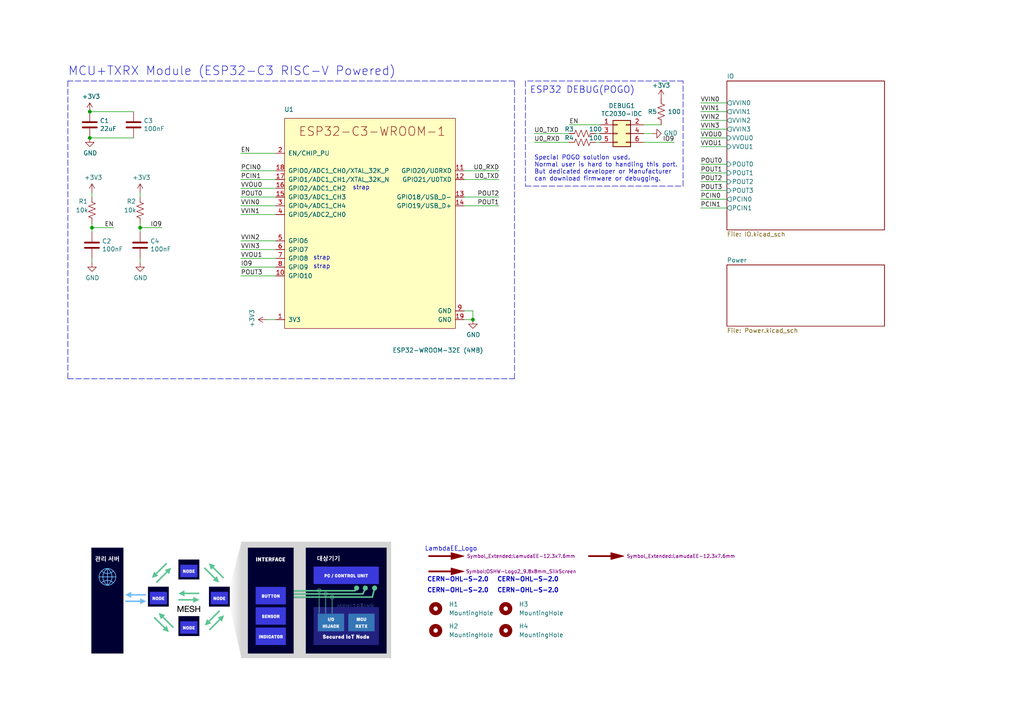
<source format=kicad_sch>
(kicad_sch (version 20210621) (generator eeschema)
  (paper "A4")
  (title_block (title "Main Block") (date "2021-07-20") (rev "0.1") (company "Jinwoo Park, pmnxis@gmail.com") (comment 2 "IoT automation & statics support gadget for") (comment 3 "arcade amusement machine with WLAN.") (comment 4 "CERN-OHL-S-2.0"))
  (lib_symbols
    (symbol "Connector_Generic:Conn_02x03_Odd_Even" (pin_names (offset 1.016) hide)
      (property "Reference" "J" (at 1.27 5.08 0))
      (property "Value" "Conn_02x03_Odd_Even" (at 1.27 -5.08 0))
      (symbol "Conn_02x03_Odd_Even_1_1"
        (rectangle (start -1.27 -2.413) (end 0 -2.667) (stroke (width 0.1524)))
        (rectangle (start -1.27 0.127) (end 0 -0.127) (stroke (width 0.1524)))
        (rectangle (start -1.27 2.667) (end 0 2.413) (stroke (width 0.1524)))
        (rectangle (start 3.81 -2.413) (end 2.54 -2.667) (stroke (width 0.1524)))
        (rectangle (start 3.81 0.127) (end 2.54 -0.127) (stroke (width 0.1524)))
        (rectangle (start 3.81 2.667) (end 2.54 2.413) (stroke (width 0.1524)))
        (rectangle (start -1.27 3.81) (end 3.81 -3.81) (stroke (width 0.254)) (fill (type background)))
        (pin passive line (at -5.08 2.54 0) (length 3.81) (name "Pin_1") (number "1"))
        (pin passive line (at 7.62 2.54 180) (length 3.81) (name "Pin_2") (number "2"))
        (pin passive line (at -5.08 0 0) (length 3.81) (name "Pin_3") (number "3"))
        (pin passive line (at 7.62 0 180) (length 3.81) (name "Pin_4") (number "4"))
        (pin passive line (at -5.08 -2.54 0) (length 3.81) (name "Pin_5") (number "5"))
        (pin passive line (at 7.62 -2.54 180) (length 3.81) (name "Pin_6") (number "6"))
      )
    )
    (symbol "Device:C" (pin_numbers hide) (pin_names (offset 0.254))
      (property "Reference" "C" (at 0.635 2.54 0))
      (property "Value" "C" (at 0.635 -2.54 0))
      (symbol "C_0_1"
        (polyline (pts (xy -2.032 -0.762) (xy 2.032 -0.762)) (stroke (width 0.508)))
        (polyline (pts (xy -2.032 0.762) (xy 2.032 0.762)) (stroke (width 0.508)))
      )
      (symbol "C_1_1"
        (pin passive line (at 0 3.81 270) (length 2.794) (name "~") (number "1"))
        (pin passive line (at 0 -3.81 90) (length 2.794) (name "~") (number "2"))
      )
    )
    (symbol "Device:R_US" (pin_numbers hide) (pin_names (offset 0))
      (property "Reference" "R" (at 2.54 0 90))
      (property "Value" "R_US" (at -2.54 0 90))
      (symbol "R_US_0_1"
        (polyline (pts (xy 0 -2.286) (xy 0 -2.54)))
        (polyline (pts (xy 0 2.286) (xy 0 2.54)))
        (polyline (pts (xy 0 -0.762) (xy 1.016 -1.143) (xy 0 -1.524) (xy -1.016 -1.905) (xy 0 -2.286)))
        (polyline (pts (xy 0 0.762) (xy 1.016 0.381) (xy 0 0) (xy -1.016 -0.381) (xy 0 -0.762)))
        (polyline (pts (xy 0 2.286) (xy 1.016 1.905) (xy 0 1.524) (xy -1.016 1.143) (xy 0 0.762)))
      )
      (symbol "R_US_1_1"
        (pin passive line (at 0 3.81 270) (length 1.27) (name "~") (number "1"))
        (pin passive line (at 0 -3.81 90) (length 1.27) (name "~") (number "2"))
      )
    )
    (symbol "Espressif:Module_ESP32-C3-WROOM-1" (pin_names (offset 1.016))
      (property "Reference" "U" (at -22.86 -30.48 0))
      (property "Value" "Module_ESP32-C3-WROOM-1" (at 12.7 -30.48 0))
      (symbol "Module_ESP32-C3-WROOM-1_0_0"
        (text "ESP32-C3-WROOM-1" (at 1.27 27.94 0) (effects (font (size 2.54 2.54))))
      )
      (symbol "Module_ESP32-C3-WROOM-1_0_1"
        (rectangle (start -24.13 31.75) (end 25.4 -29.21) (fill (type background)))
      )
      (symbol "Module_ESP32-C3-WROOM-1_1_1"
        (pin power_in line (at -26.67 -26.67 0) (length 2.54) (name "3V3") (number "1"))
        (pin bidirectional line (at -26.67 -13.97 0) (length 2.54) (name "GPIO10") (number "10"))
        (pin bidirectional line (at 27.94 16.51 180) (length 2.54) (name "GPIO20/U0RXD") (number "11"))
        (pin bidirectional line (at 27.94 13.97 180) (length 2.54) (name "GPIO21/U0TXD") (number "12"))
        (pin bidirectional line (at 27.94 8.89 180) (length 2.54) (name "GPIO18/USB_D-") (number "13"))
        (pin bidirectional line (at 27.94 6.35 180) (length 2.54) (name "GPIO19/USB_D+") (number "14"))
        (pin bidirectional line (at -26.67 8.89 0) (length 2.54) (name "GPIO3/ADC1_CH3") (number "15"))
        (pin bidirectional line (at -26.67 11.43 0) (length 2.54) (name "GPIO2/ADC1_CH2") (number "16"))
        (pin bidirectional line (at -26.67 13.97 0) (length 2.54) (name "GPIO1/ADC1_CH1/XTAL_32K_N") (number "17"))
        (pin bidirectional line (at -26.67 16.51 0) (length 2.54) (name "GPIO0/ADC1_CH0/XTAL_32K_P") (number "18"))
        (pin power_out line (at 27.94 -26.67 180) (length 2.54) (name "GND") (number "19"))
        (pin input line (at -26.67 21.59 0) (length 2.54) (name "EN/CHIP_PU") (number "2"))
        (pin bidirectional line (at -26.67 6.35 0) (length 2.54) (name "GPIO4/ADC1_CH4") (number "3"))
        (pin bidirectional line (at -26.67 3.81 0) (length 2.54) (name "GPIO5/ADC2_CH0") (number "4"))
        (pin bidirectional line (at -26.67 -3.81 0) (length 2.54) (name "GPIO6") (number "5"))
        (pin bidirectional line (at -26.67 -6.35 0) (length 2.54) (name "GPIO7") (number "6"))
        (pin bidirectional line (at -26.67 -8.89 0) (length 2.54) (name "GPIO8") (number "7"))
        (pin bidirectional line (at -26.67 -11.43 0) (length 2.54) (name "GPIO9") (number "8"))
        (pin power_out line (at 27.94 -24.13 180) (length 2.54) (name "GND") (number "9"))
      )
    )
    (symbol "Graphic:SYM_Arrow_XLarge" (pin_names (offset 1.016))
      (symbol "SYM_Arrow_XLarge_0_1"
        (polyline (pts (xy 2.54 0) (xy -5.08 0)) (stroke (width 0.508)))
        (polyline (pts (xy 5.08 0) (xy 1.27 -1.016) (xy 1.27 1.016) (xy 5.08 0)) (fill (type outline)))
      )
    )
    (symbol "Mechanical:MountingHole" (pin_names (offset 1.016))
      (property "Reference" "H" (at 0 5.08 0))
      (property "Value" "MountingHole" (at 0 3.175 0))
      (symbol "MountingHole_0_1"
        (circle (center 0 0) (radius 1.27) (stroke (width 1.27)))
      )
    )
    (symbol "power:+3V3" (power) (pin_names (offset 0))
      (property "Value" "+3V3" (at 0 3.556 0))
      (symbol "+3V3_0_1"
        (polyline (pts (xy -0.762 1.27) (xy 0 2.54)))
        (polyline (pts (xy 0 0) (xy 0 2.54)))
        (polyline (pts (xy 0 2.54) (xy 0.762 1.27)))
      )
      (symbol "+3V3_1_1"
        (pin power_in line (at 0 0 90) (length 0) hide (name "+3V3") (number "1"))
      )
    )
    (symbol "power:GND" (power) (pin_names (offset 0))
      (property "Value" "GND" (at 0 -3.81 0))
      (symbol "GND_0_1"
        (polyline (pts (xy 0 0) (xy 0 -1.27) (xy 1.27 -1.27) (xy 0 -2.54) (xy -1.27 -1.27) (xy 0 -1.27)))
      )
      (symbol "GND_1_1"
        (pin power_in line (at 0 0 270) (length 0) hide (name "GND") (number "1"))
      )
    )
  )
  (junction (at 26.035 32.385) (diameter 0.9144))
  (junction (at 26.035 40.005) (diameter 0.9144))
  (junction (at 26.67 66.04) (diameter 0.9144))
  (junction (at 40.64 66.04) (diameter 0.9144))
  (junction (at 137.16 92.71) (diameter 0.9144))
  (wire (pts (xy 26.035 40.005) (xy 38.735 40.005)))
  (wire (pts (xy 26.67 57.15) (xy 26.67 55.88)))
  (wire (pts (xy 26.67 64.77) (xy 26.67 66.04)))
  (wire (pts (xy 26.67 66.04) (xy 26.67 67.31)))
  (wire (pts (xy 26.67 76.2) (xy 26.67 74.93)))
  (wire (pts (xy 33.02 66.04) (xy 26.67 66.04)))
  (wire (pts (xy 38.735 32.385) (xy 26.035 32.385)))
  (wire (pts (xy 40.64 57.15) (xy 40.64 55.88)))
  (wire (pts (xy 40.64 64.77) (xy 40.64 66.04)))
  (wire (pts (xy 40.64 66.04) (xy 40.64 67.31)))
  (wire (pts (xy 40.64 66.04) (xy 46.99 66.04)))
  (wire (pts (xy 40.64 76.2) (xy 40.64 74.93)))
  (wire (pts (xy 69.85 44.45) (xy 80.01 44.45)))
  (wire (pts (xy 69.85 49.53) (xy 80.01 49.53)))
  (wire (pts (xy 69.85 52.07) (xy 80.01 52.07)))
  (wire (pts (xy 69.85 54.61) (xy 80.01 54.61)))
  (wire (pts (xy 69.85 57.15) (xy 80.01 57.15)))
  (wire (pts (xy 69.85 59.69) (xy 80.01 59.69)))
  (wire (pts (xy 69.85 62.23) (xy 80.01 62.23)))
  (wire (pts (xy 69.85 69.85) (xy 80.01 69.85)))
  (wire (pts (xy 69.85 72.39) (xy 80.01 72.39)))
  (wire (pts (xy 69.85 74.93) (xy 80.01 74.93)))
  (wire (pts (xy 69.85 77.47) (xy 80.01 77.47)))
  (wire (pts (xy 69.85 80.01) (xy 80.01 80.01)))
  (wire (pts (xy 77.47 92.71) (xy 80.01 92.71)))
  (wire (pts (xy 134.62 49.53) (xy 144.78 49.53)))
  (wire (pts (xy 134.62 57.15) (xy 144.78 57.15)))
  (wire (pts (xy 134.62 59.69) (xy 144.78 59.69)))
  (wire (pts (xy 134.62 92.71) (xy 137.16 92.71)))
  (wire (pts (xy 137.16 90.17) (xy 134.62 90.17)))
  (wire (pts (xy 137.16 92.71) (xy 137.16 90.17)))
  (wire (pts (xy 144.78 52.07) (xy 134.62 52.07)))
  (wire (pts (xy 154.94 38.735) (xy 165.1 38.735)))
  (wire (pts (xy 165.1 36.195) (xy 173.99 36.195)))
  (wire (pts (xy 165.1 41.275) (xy 154.94 41.275)))
  (wire (pts (xy 172.72 41.275) (xy 173.99 41.275)))
  (wire (pts (xy 173.99 38.735) (xy 172.72 38.735)))
  (wire (pts (xy 186.69 36.195) (xy 191.77 36.195)))
  (wire (pts (xy 186.69 41.275) (xy 195.58 41.275)))
  (wire (pts (xy 189.23 38.735) (xy 186.69 38.735)))
  (wire (pts (xy 203.2 29.845) (xy 210.82 29.845)))
  (wire (pts (xy 203.2 32.385) (xy 210.82 32.385)))
  (wire (pts (xy 203.2 34.925) (xy 210.82 34.925)))
  (wire (pts (xy 203.2 37.465) (xy 210.82 37.465)))
  (wire (pts (xy 203.2 40.005) (xy 210.82 40.005)))
  (wire (pts (xy 203.2 42.545) (xy 210.82 42.545)))
  (wire (pts (xy 203.2 47.625) (xy 210.82 47.625)))
  (wire (pts (xy 203.2 50.165) (xy 210.82 50.165)))
  (wire (pts (xy 203.2 52.705) (xy 210.82 52.705)))
  (wire (pts (xy 203.2 55.245) (xy 210.82 55.245)))
  (wire (pts (xy 203.2 57.785) (xy 210.82 57.785)))
  (wire (pts (xy 203.2 60.325) (xy 210.82 60.325)))
  (polyline (pts (xy 19.685 23.495) (xy 19.685 109.855)) (stroke (width 0) (type dash)))
  (polyline (pts (xy 19.685 109.855) (xy 149.225 109.855)) (stroke (width 0) (type dash)))
  (polyline (pts (xy 149.225 23.495) (xy 19.685 23.495)) (stroke (width 0) (type dash)))
  (polyline (pts (xy 149.225 109.855) (xy 149.225 23.495)) (stroke (width 0) (type dash)))
  (polyline (pts (xy 152.4 23.495) (xy 152.4 53.975)) (stroke (width 0) (type dash)))
  (polyline (pts (xy 152.4 53.975) (xy 198.12 53.975)) (stroke (width 0) (type dash)))
  (polyline (pts (xy 198.12 23.495) (xy 152.4 23.495)) (stroke (width 0) (type dash)))
  (polyline (pts (xy 198.12 53.975) (xy 198.12 23.495)) (stroke (width 0) (type dash)))
  (image (at 69.85 173.99) (scale 0.7))
  (text "MCU+TXRX Module (ESP32-C3 RISC-V Powered)" (at 19.685 22.225 0) (effects (font (size 2.54 2.54)) (justify left bottom)))
  (text "strap" (at 90.805 75.565 0) (effects (font (size 1.27 1.27)) (justify left bottom)))
  (text "strap" (at 90.805 78.105 0) (effects (font (size 1.27 1.27)) (justify left bottom)))
  (text "strap" (at 102.235 55.245 0) (effects (font (size 1.27 1.27)) (justify left bottom)))
  (text "LambdaEE_Logo" (at 123.19 160.02 0) (effects (font (size 1.27 1.27)) (justify left bottom)))
  (text "CERN-OHL-S-2.0" (at 123.825 168.91 0) (effects (font (size 1.27 1.27) (thickness 0.254) bold) (justify left bottom)))
  (text "CERN-OHL-S-2.0" (at 123.825 172.085 0) (effects (font (size 1.27 1.27) (thickness 0.254) bold) (justify left bottom)))
  (text "CERN-OHL-S-2.0" (at 144.145 168.91 0) (effects (font (size 1.27 1.27) (thickness 0.254) bold) (justify left bottom)))
  (text "CERN-OHL-S-2.0" (at 144.145 172.085 0) (effects (font (size 1.27 1.27) (thickness 0.254) bold) (justify left bottom)))
  (text "ESP32 DEBUG(POGO)" (at 153.67 27.305 0) (effects (font (size 1.905 1.905)) (justify left bottom)))
  (text "Special POGO solution used.\nNormal user is hard to handling this port.\nBut dedicated developer or Manufacturer \ncan download firmware or debugging.\n" (at 154.94 52.705 0) (effects (font (size 1.27 1.27)) (justify left bottom)))
  (label "EN" (at 33.02 66.04 180))
  (label "IO9" (at 46.99 66.04 180))
  (label "EN" (at 69.85 44.45 0))
  (label "PCIN0" (at 69.85 49.53 0))
  (label "PCIN1" (at 69.85 52.07 0))
  (label "VVOU0" (at 69.85 54.61 0))
  (label "POUT0" (at 69.85 57.15 0))
  (label "VVIN0" (at 69.85 59.69 0))
  (label "VVIN1" (at 69.85 62.23 0))
  (label "VVIN2" (at 69.85 69.85 0))
  (label "VVIN3" (at 69.85 72.39 0))
  (label "VVOU1" (at 69.85 74.93 0))
  (label "IO9" (at 69.85 77.47 0))
  (label "POUT3" (at 69.85 80.01 0))
  (label "U0_RXD" (at 144.78 49.53 180))
  (label "U0_TXD" (at 144.78 52.07 180))
  (label "POUT2" (at 144.78 57.15 180))
  (label "POUT1" (at 144.78 59.69 180))
  (label "U0_TXD" (at 154.94 38.735 0))
  (label "U0_RXD" (at 154.94 41.275 0))
  (label "EN" (at 165.1 36.195 0))
  (label "IO9" (at 195.58 41.275 180))
  (label "VVIN0" (at 203.2 29.845 0))
  (label "VVIN1" (at 203.2 32.385 0))
  (label "VVIN2" (at 203.2 34.925 0))
  (label "VVIN3" (at 203.2 37.465 0))
  (label "VVOU0" (at 203.2 40.005 0))
  (label "VVOU1" (at 203.2 42.545 0))
  (label "POUT0" (at 203.2 47.625 0))
  (label "POUT1" (at 203.2 50.165 0))
  (label "POUT2" (at 203.2 52.705 0))
  (label "POUT3" (at 203.2 55.245 0))
  (label "PCIN0" (at 203.2 57.785 0))
  (label "PCIN1" (at 203.2 60.325 0))
  (symbol (lib_id "power:+3V3") (at 26.035 32.385 0) (unit 1)
    (property "Reference" "#PWR01" (effects hide))
    (property "Value" "+3V3" (at 26.416 27.9908 0))
  )
  (symbol (lib_id "power:+3V3") (at 26.67 55.88 0) (unit 1)
    (property "Reference" "#PWR03" (effects hide))
    (property "Value" "+3V3" (at 27.051 51.4858 0))
  )
  (symbol (lib_id "power:+3V3") (at 40.64 55.88 0) (unit 1)
    (property "Reference" "#PWR05" (effects hide))
    (property "Value" "+3V3" (at 41.021 51.4858 0))
  )
  (symbol (lib_id "power:+3V3") (at 77.47 92.71 90) (unit 1)
    (property "Reference" "#PWR07" (effects hide))
    (property "Value" "+3V3" (at 73.0758 92.329 0))
  )
  (symbol (lib_id "power:+3V3") (at 191.77 28.575 0) (unit 1)
    (property "Reference" "#PWR010" (effects hide))
    (property "Value" "+3V3" (at 191.77 24.765 0))
  )
  (symbol (lib_id "power:GND") (at 26.035 40.005 0) (unit 1)
    (property "Reference" "#PWR02" (effects hide))
    (property "Value" "GND" (at 26.162 44.3992 0))
  )
  (symbol (lib_id "power:GND") (at 26.67 76.2 0) (unit 1)
    (property "Reference" "#PWR04" (effects hide))
    (property "Value" "GND" (at 26.797 80.5942 0))
  )
  (symbol (lib_id "power:GND") (at 40.64 76.2 0) (unit 1)
    (property "Reference" "#PWR06" (effects hide))
    (property "Value" "GND" (at 40.767 80.5942 0))
  )
  (symbol (lib_id "power:GND") (at 137.16 92.71 0) (unit 1)
    (property "Reference" "#PWR08" (effects hide))
    (property "Value" "GND" (at 137.287 97.1042 0))
  )
  (symbol (lib_id "power:GND") (at 189.23 38.735 90) (unit 1)
    (property "Reference" "#PWR09" (effects hide))
    (property "Value" "GND" (at 192.4812 38.608 90) (effects (justify right)))
  )
  (symbol (lib_id "Mechanical:MountingHole") (at 126.365 176.53 0) (unit 1) (in_bom no)
    (property "Reference" "H1" (at 130.175 175.2599 0) (effects (justify left)))
    (property "Value" "MountingHole" (at 130.175 177.7999 0) (effects (justify left)))
    (property "Footprint" "MountingHole:MountingHole_4.3mm_M4_ISO7380_Pad_TopBottom" (effects hide))
  )
  (symbol (lib_id "Mechanical:MountingHole") (at 126.365 182.88 0) (unit 1) (in_bom no)
    (property "Reference" "H2" (at 130.175 181.6099 0) (effects (justify left)))
    (property "Value" "MountingHole" (at 130.175 184.1499 0) (effects (justify left)))
    (property "Footprint" "MountingHole:MountingHole_4.3mm_M4_ISO7380_Pad_TopBottom" (effects hide))
  )
  (symbol (lib_id "Mechanical:MountingHole") (at 146.685 176.53 0) (unit 1) (in_bom no)
    (property "Reference" "H3" (at 150.495 175.2599 0) (effects (justify left)))
    (property "Value" "MountingHole" (at 150.495 177.7999 0) (effects (justify left)))
    (property "Footprint" "MountingHole:MountingHole_4.3mm_M4_ISO7380_Pad_TopBottom" (effects hide))
  )
  (symbol (lib_id "Mechanical:MountingHole") (at 146.685 182.88 0) (unit 1) (in_bom no)
    (property "Reference" "H4" (at 150.495 181.6099 0) (effects (justify left)))
    (property "Value" "MountingHole" (at 150.495 184.1499 0) (effects (justify left)))
    (property "Footprint" "MountingHole:MountingHole_4.3mm_M4_ISO7380_Pad_TopBottom" (effects hide))
  )
  (symbol (lib_id "Device:R_US") (at 26.67 60.96 0) (unit 1)
    (property "Reference" "R1" (at 24.13 58.42 0))
    (property "Value" "10k" (at 23.7744 60.96 0))
    (property "Footprint" "Resistor_SMD:R_0402_1005Metric" (effects hide))
    (property "LCSC Part" "C25744" (effects hide))
    (property "MFR.Part#" "0402WGF1002TCE" (effects hide))
    (property "Manufacturer" "ANY" (effects hide))
    (property "Mount" "SMD" (effects hide))
    (property "ODR.Part#" "RES 10k 1005" (effects hide))
    (property "Packaging" "1005" (effects hide))
    (property "Supplier" "JLCPCB-Basic" (effects hide))
  )
  (symbol (lib_id "Device:R_US") (at 40.64 60.96 0) (unit 1)
    (property "Reference" "R2" (at 38.1 58.42 0))
    (property "Value" "10k" (at 37.7444 60.96 0))
    (property "Footprint" "Resistor_SMD:R_0402_1005Metric" (effects hide))
    (property "LCSC Part" "C25744" (effects hide))
    (property "MFR.Part#" "0402WGF1002TCE" (effects hide))
    (property "Manufacturer" "ANY" (effects hide))
    (property "Mount" "SMD" (effects hide))
    (property "ODR.Part#" "RES 10k 1005" (effects hide))
    (property "Packaging" "1005" (effects hide))
    (property "Supplier" "JLCPCB-Basic" (effects hide))
  )
  (symbol (lib_id "Device:R_US") (at 168.91 38.735 90) (unit 1)
    (property "Reference" "R3" (at 165.1 37.465 90))
    (property "Value" "100" (at 172.72 37.465 90))
    (property "Footprint" "Resistor_SMD:R_0402_1005Metric" (effects hide))
    (property "LCSC Part" "C25076" (effects hide))
    (property "MFR.Part#" "0402WGF1000TCE" (effects hide))
    (property "Manufacturer" "ANY" (effects hide))
    (property "Mount" "SMD" (effects hide))
    (property "ODR.Part#" "RES 100 1005" (effects hide))
    (property "Packaging" "1005" (effects hide))
    (property "Supplier" "JLCPCB-Basic" (effects hide))
  )
  (symbol (lib_id "Device:R_US") (at 168.91 41.275 90) (unit 1)
    (property "Reference" "R4" (at 165.1 40.005 90))
    (property "Value" "100" (at 172.72 40.005 90))
    (property "Footprint" "Resistor_SMD:R_0402_1005Metric" (effects hide))
    (property "LCSC Part" "C25076" (effects hide))
    (property "MFR.Part#" "0402WGF1000TCE" (effects hide))
    (property "Manufacturer" "ANY" (effects hide))
    (property "Mount" "SMD" (effects hide))
    (property "ODR.Part#" "RES 100 1005" (effects hide))
    (property "Packaging" "1005" (effects hide))
    (property "Supplier" "JLCPCB-Basic" (effects hide))
  )
  (symbol (lib_id "Device:R_US") (at 191.77 32.385 0) (unit 1)
    (property "Reference" "R5" (at 189.23 32.385 0))
    (property "Value" "100" (at 195.58 32.385 0))
    (property "Footprint" "Resistor_SMD:R_0402_1005Metric" (effects hide))
    (property "LCSC Part" "C25076" (effects hide))
    (property "MFR.Part#" "0402WGF1000TCE" (effects hide))
    (property "Manufacturer" "ANY" (effects hide))
    (property "Mount" "SMD" (effects hide))
    (property "ODR.Part#" "RES 100 1005" (effects hide))
    (property "Packaging" "1005" (effects hide))
    (property "Supplier" "JLCPCB-Basic" (effects hide))
  )
  (symbol (lib_id "Graphic:SYM_Arrow_XLarge") (at 129.54 161.29 0) (unit 1) (in_bom no)
    (property "Reference" "SYM1" (effects hide))
    (property "Value" "SYM_Arrow_XLarge" (effects hide))
    (property "Footprint" "Symbol_Extended:LamudaEE-12.3x7.6mm" (at 151.13 161.29 0) (effects (font (size 1 1))))
  )
  (symbol (lib_id "Graphic:SYM_Arrow_XLarge") (at 129.54 165.735 0) (unit 1) (in_bom no)
    (property "Reference" "SYM2" (effects hide))
    (property "Value" "SYM_Arrow_XLarge" (effects hide))
    (property "Footprint" "Symbol:OSHW-Logo2_9.8x8mm_SilkScreen" (at 151.13 165.735 0) (effects (font (size 1 1))))
  )
  (symbol (lib_id "Graphic:SYM_Arrow_XLarge") (at 175.895 161.29 0) (unit 1) (in_bom no)
    (property "Reference" "SYM3" (effects hide))
    (property "Value" "SYM_Arrow_XLarge" (effects hide))
    (property "Footprint" "Symbol_Extended:LamudaEE-12.3x7.6mm" (at 197.485 161.29 0) (effects (font (size 1 1))))
  )
  (symbol (lib_id "Device:C") (at 26.035 36.195 0) (unit 1)
    (property "Reference" "C1" (at 28.956 35.0266 0) (effects (justify left)))
    (property "Value" "22uF" (at 28.956 37.338 0) (effects (justify left)))
    (property "Footprint" "Capacitor_SMD:C_0805_2012Metric" (effects hide))
    (property "Datasheet" "https://www.samsungsem.com/resources/file/global/support/product_catalog/MLCC.pdf" (effects hide))
    (property "LCSC Part" "C45783" (effects hide))
    (property "MFR.Part#" "CL21A226MAQNNNE" (effects hide))
    (property "Manufacturer" "ANY" (effects hide))
    (property "Mount" "SMD" (effects hide))
    (property "ODR.Part#" "CAP 22uF 25V 2012" (effects hide))
    (property "Packaging" "2012" (effects hide))
    (property "Supplier" "JLCPCB-Basic" (effects hide))
  )
  (symbol (lib_id "Device:C") (at 26.67 71.12 0) (unit 1)
    (property "Reference" "C2" (at 29.591 69.9516 0) (effects (justify left)))
    (property "Value" "100nF" (at 29.591 72.263 0) (effects (justify left)))
    (property "Footprint" "Capacitor_SMD:C_0402_1005Metric" (effects hide))
    (property "Datasheet" "https://www.samsungsem.com/resources/file/global/support/product_catalog/MLCC.pdf" (effects hide))
    (property "LCSC Part" "C1525" (effects hide))
    (property "MFR.Part#" "CL05B104KO5NNNC" (effects hide))
    (property "Manufacturer" "ANY" (effects hide))
    (property "Mount" "SMD" (effects hide))
    (property "ODR.Part#" "CAP 100nF 1005" (effects hide))
    (property "Packaging" "1005" (effects hide))
    (property "Supplier" "JLCPCB-Basic" (effects hide))
  )
  (symbol (lib_id "Device:C") (at 38.735 36.195 0) (unit 1)
    (property "Reference" "C3" (at 41.656 35.0266 0) (effects (justify left)))
    (property "Value" "100nF" (at 41.656 37.338 0) (effects (justify left)))
    (property "Footprint" "Capacitor_SMD:C_0402_1005Metric" (effects hide))
    (property "Datasheet" "https://www.samsungsem.com/resources/file/global/support/product_catalog/MLCC.pdf" (effects hide))
    (property "LCSC Part" "C1525" (effects hide))
    (property "MFR.Part#" "CL05B104KO5NNNC" (effects hide))
    (property "Manufacturer" "ANY" (effects hide))
    (property "Mount" "SMD" (effects hide))
    (property "ODR.Part#" "CAP 100nF 1005" (effects hide))
    (property "Packaging" "1005" (effects hide))
    (property "Supplier" "JLCPCB-Basic" (effects hide))
  )
  (symbol (lib_id "Device:C") (at 40.64 71.12 0) (unit 1)
    (property "Reference" "C4" (at 43.561 69.9516 0) (effects (justify left)))
    (property "Value" "100nF" (at 43.561 72.263 0) (effects (justify left)))
    (property "Footprint" "Capacitor_SMD:C_0402_1005Metric" (effects hide))
    (property "Datasheet" "https://www.samsungsem.com/resources/file/global/support/product_catalog/MLCC.pdf" (effects hide))
    (property "LCSC Part" "C1525" (effects hide))
    (property "MFR.Part#" "CL05B104KO5NNNC" (effects hide))
    (property "Manufacturer" "ANY" (effects hide))
    (property "Mount" "SMD" (effects hide))
    (property "ODR.Part#" "CAP 100nF 1005" (effects hide))
    (property "Packaging" "1005" (effects hide))
    (property "Supplier" "JLCPCB-Basic" (effects hide))
  )
  (symbol (lib_id "Connector_Generic:Conn_02x03_Odd_Even") (at 179.07 38.735 0) (unit 1)
    (property "Reference" "DEBUG1" (at 180.34 30.6832 0))
    (property "Value" "TC2030-IDC" (at 180.34 32.9946 0))
    (property "Footprint" "Connector:Tag-Connect_TC2030-IDC-FP_2x03_P1.27mm_Vertical" (effects hide))
    (property "Datasheet" "https://media.digikey.com/pdf/Data%20Sheets/Tag-Connect/TC2030-IDC_RevB.pdf" (effects hide))
    (property "Mount" "N/C" (effects hide))
    (property "Supplier" "N/C" (effects hide))
  )
  (symbol (lib_id "Espressif:Module_ESP32-C3-WROOM-1") (at 106.68 66.04 0) (unit 1)
    (property "Reference" "U1" (at 83.82 31.75 0))
    (property "Value" "ESP32-WROOM-32E (4MB)" (at 127 101.6 0))
    (property "Footprint" "LambdaToy_Static:ESP32-C3-WROOM-1" (effects hide))
    (property "Datasheet" "https://www.espressif.com/sites/default/files/documentation/esp32-wroom-32e_esp32-wroom-32ue_datasheet_en.pdf" (effects hide))
    (property "MFR.Part#" "ESP32-WROOM-32E (4MB)" (effects hide))
    (property "Manufacturer" "Espressif Systems" (effects hide))
    (property "Mount" "SMD" (effects hide))
    (property "ODR.Part#" "ESP32-WROOM-32E (4MB)" (effects hide))
    (property "Packaging" "PCB_SMD_MODULE" (effects hide))
    (property "Supplier" "Digikey" (effects hide))
  )
  (sheet (at 210.82 23.495) (size 45.72 43.18)
    (property "Sheet name" "IO" (at 210.82 22.8595 0) (effects (justify left bottom)))
    (property "Sheet file" "IO.kicad_sch" (at 210.82 67.1835 0) (effects (justify left top)))
    (pin "POUT0" input (at 210.82 47.625 180))
    (pin "POUT1" input (at 210.82 50.165 180))
    (pin "POUT2" input (at 210.82 52.705 180))
    (pin "POUT3" input (at 210.82 55.245 180))
    (pin "PCIN0" output (at 210.82 57.785 180))
    (pin "PCIN1" output (at 210.82 60.325 180))
    (pin "VVIN3" output (at 210.82 37.465 180))
    (pin "VVIN2" output (at 210.82 34.925 180))
    (pin "VVIN1" output (at 210.82 32.385 180))
    (pin "VVIN0" output (at 210.82 29.845 180))
    (pin "VVOU1" input (at 210.82 42.545 180))
    (pin "VVOU0" input (at 210.82 40.005 180))
  )
  (sheet (at 210.82 76.835) (size 45.72 17.78)
    (property "Sheet name" "Power" (at 210.82 76.1995 0) (effects (justify left bottom)))
    (property "Sheet file" "Power.kicad_sch" (at 210.82 95.1235 0) (effects (justify left top)))
  )
)
</source>
